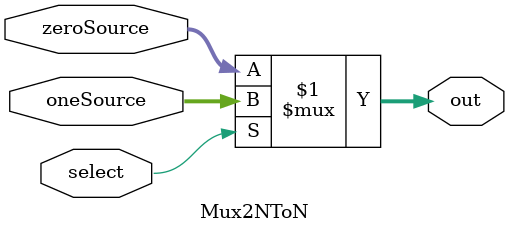
<source format=v>
`timescale 1ns / 1ps
module Mux2NToN  #(parameter N = 32)(
		input [N - 1:0] zeroSource,
		input [N - 1:0] oneSource,
		input select,
		output [N - 1:0] out
    );
	 
	 assign out = select ? oneSource : zeroSource;


endmodule

</source>
